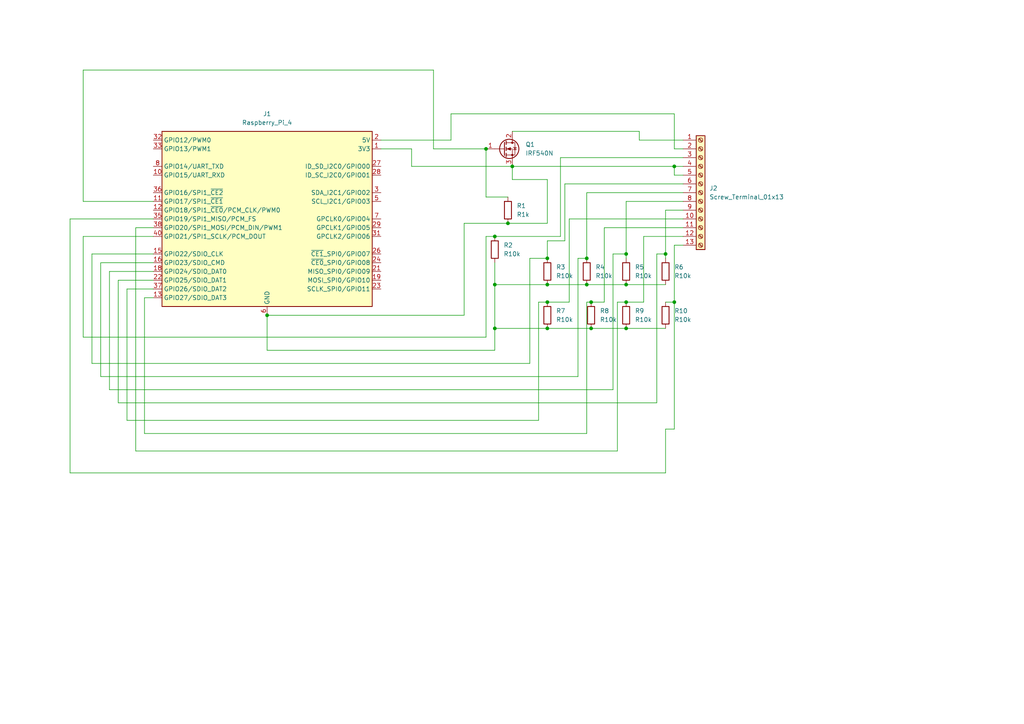
<source format=kicad_sch>
(kicad_sch (version 20231120) (generator "eeschema") (generator_version "8.0")
  (paper "A4")
  (lib_symbols
    (symbol "Connector:Raspberry_Pi_4"
      (property "Reference" "J" (at -17.526 48.768 0))
      (property "Value" "Raspberry_Pi_4" (at 15.748 -26.416 0))
      (symbol "Raspberry_Pi_4_0_1"
        (rectangle (start -30.48 25.4) (end 30.48 -25.4) (stroke (width 0.254)) (fill (type background)))
      )
      (symbol "Raspberry_Pi_4_1_1"
        (pin power_out line (at 33.02 20.32 180) (length 2.54) (name "3V3") (number "1"))
        (pin bidirectional line (at -33.02 12.7 0) (length 2.54) (name "GPIO15/UART_RXD") (number "10"))
        (pin bidirectional line (at -33.02 5.08 0) (length 2.54) (name "GPIO17/SPI1_~{CE1}") (number "11"))
        (pin bidirectional line (at -33.02 2.54 0) (length 2.54) (name "GPIO18/SPI1_~{CE0}/PCM_CLK/PWM0") (number "12"))
        (pin bidirectional line (at -33.02 -22.86 0) (length 2.54) (name "GPIO27/SDIO_DAT3") (number "13"))
        (pin passive line (at 0 -27.94 90) (length 2.54) hide (name "GND") (number "14"))
        (pin bidirectional line (at -33.02 -10.16 0) (length 2.54) (name "GPIO22/SDIO_CLK") (number "15"))
        (pin bidirectional line (at -33.02 -12.7 0) (length 2.54) (name "GPIO23/SDIO_CMD") (number "16"))
        (pin passive line (at 33.02 20.32 180) (length 2.54) hide (name "3V3") (number "17"))
        (pin bidirectional line (at -33.02 -15.24 0) (length 2.54) (name "GPIO24/SDIO_DAT0") (number "18"))
        (pin bidirectional line (at 33.02 -17.78 180) (length 2.54) (name "MOSI_SPI0/GPIO10") (number "19"))
        (pin power_out line (at 33.02 22.86 180) (length 2.54) (name "5V") (number "2"))
        (pin passive line (at 0 -27.94 90) (length 2.54) hide (name "GND") (number "20"))
        (pin bidirectional line (at 33.02 -15.24 180) (length 2.54) (name "MISO_SPI0/GPIO09") (number "21"))
        (pin bidirectional line (at -33.02 -17.78 0) (length 2.54) (name "GPIO25/SDIO_DAT1") (number "22"))
        (pin bidirectional line (at 33.02 -20.32 180) (length 2.54) (name "SCLK_SPI0/GPIO11") (number "23"))
        (pin bidirectional line (at 33.02 -12.7 180) (length 2.54) (name "~{CE0}_SPI0/GPIO08") (number "24"))
        (pin passive line (at 0 -27.94 90) (length 2.54) hide (name "GND") (number "25"))
        (pin bidirectional line (at 33.02 -10.16 180) (length 2.54) (name "~{CE1}_SPI0/GPIO07") (number "26"))
        (pin bidirectional line (at 33.02 15.24 180) (length 2.54) (name "ID_SD_I2C0/GPIO00") (number "27"))
        (pin bidirectional line (at 33.02 12.7 180) (length 2.54) (name "ID_SC_I2C0/GPIO01") (number "28"))
        (pin bidirectional line (at 33.02 -2.54 180) (length 2.54) (name "GPCLK1/GPIO05") (number "29"))
        (pin bidirectional line (at 33.02 7.62 180) (length 2.54) (name "SDA_I2C1/GPIO02") (number "3"))
        (pin passive line (at 0 -27.94 90) (length 2.54) hide (name "GND") (number "30"))
        (pin bidirectional line (at 33.02 -5.08 180) (length 2.54) (name "GPCLK2/GPIO06") (number "31"))
        (pin bidirectional line (at -33.02 22.86 0) (length 2.54) (name "GPIO12/PWM0") (number "32"))
        (pin bidirectional line (at -33.02 20.32 0) (length 2.54) (name "GPIO13/PWM1") (number "33"))
        (pin passive line (at 0 -27.94 90) (length 2.54) hide (name "GND") (number "34"))
        (pin bidirectional line (at -33.02 0 0) (length 2.54) (name "GPIO19/SPI1_MISO/PCM_FS") (number "35"))
        (pin bidirectional line (at -33.02 7.62 0) (length 2.54) (name "GPIO16/SPI1_~{CE2}") (number "36"))
        (pin bidirectional line (at -33.02 -20.32 0) (length 2.54) (name "GPIO26/SDIO_DAT2") (number "37"))
        (pin bidirectional line (at -33.02 -2.54 0) (length 2.54) (name "GPIO20/SPI1_MOSI/PCM_DIN/PWM1") (number "38"))
        (pin passive line (at 0 -27.94 90) (length 2.54) hide (name "GND") (number "39"))
        (pin passive line (at 33.02 22.86 180) (length 2.54) hide (name "5V") (number "4"))
        (pin bidirectional line (at -33.02 -5.08 0) (length 2.54) (name "GPIO21/SPI1_SCLK/PCM_DOUT") (number "40"))
        (pin bidirectional line (at 33.02 5.08 180) (length 2.54) (name "SCL_I2C1/GPIO03") (number "5"))
        (pin power_out line (at 0 -27.94 90) (length 2.54) (name "GND") (number "6"))
        (pin bidirectional line (at 33.02 0 180) (length 2.54) (name "GPCLK0/GPIO04") (number "7"))
        (pin bidirectional line (at -33.02 15.24 0) (length 2.54) (name "GPIO14/UART_TXD") (number "8"))
        (pin passive line (at 0 -27.94 90) (length 2.54) hide (name "GND") (number "9"))
      )
    )
    (symbol "Connector:Screw_Terminal_01x13" (pin_names (offset 1.016) hide)
      (property "Reference" "J" (at 0 17.78 0))
      (property "Value" "Screw_Terminal_01x13" (at 0 -17.78 0))
      (symbol "Screw_Terminal_01x13_1_1"
        (rectangle (start -1.27 16.51) (end 1.27 -16.51) (stroke (width 0.254)) (fill (type background)))
        (circle (center 0 -15.24) (radius 0.635) (stroke (width 0.1524)))
        (circle (center 0 -12.7) (radius 0.635) (stroke (width 0.1524)))
        (circle (center 0 -10.16) (radius 0.635) (stroke (width 0.1524)))
        (circle (center 0 -7.62) (radius 0.635) (stroke (width 0.1524)))
        (circle (center 0 -5.08) (radius 0.635) (stroke (width 0.1524)))
        (circle (center 0 -2.54) (radius 0.635) (stroke (width 0.1524)))
        (polyline (pts (xy -0.5334 -14.9098) (xy 0.3302 -15.748)) (stroke (width 0.1524)))
        (polyline (pts (xy -0.5334 -12.3698) (xy 0.3302 -13.208)) (stroke (width 0.1524)))
        (polyline (pts (xy -0.5334 -9.8298) (xy 0.3302 -10.668)) (stroke (width 0.1524)))
        (polyline (pts (xy -0.5334 -7.2898) (xy 0.3302 -8.128)) (stroke (width 0.1524)))
        (polyline (pts (xy -0.5334 -4.7498) (xy 0.3302 -5.588)) (stroke (width 0.1524)))
        (polyline (pts (xy -0.5334 -2.2098) (xy 0.3302 -3.048)) (stroke (width 0.1524)))
        (polyline (pts (xy -0.5334 0.3302) (xy 0.3302 -0.508)) (stroke (width 0.1524)))
        (polyline (pts (xy -0.5334 2.8702) (xy 0.3302 2.032)) (stroke (width 0.1524)))
        (polyline (pts (xy -0.5334 5.4102) (xy 0.3302 4.572)) (stroke (width 0.1524)))
        (polyline (pts (xy -0.5334 7.9502) (xy 0.3302 7.112)) (stroke (width 0.1524)))
        (polyline (pts (xy -0.5334 10.4902) (xy 0.3302 9.652)) (stroke (width 0.1524)))
        (polyline (pts (xy -0.5334 13.0302) (xy 0.3302 12.192)) (stroke (width 0.1524)))
        (polyline (pts (xy -0.5334 15.5702) (xy 0.3302 14.732)) (stroke (width 0.1524)))
        (polyline (pts (xy -0.3556 -14.732) (xy 0.508 -15.5702)) (stroke (width 0.1524)))
        (polyline (pts (xy -0.3556 -12.192) (xy 0.508 -13.0302)) (stroke (width 0.1524)))
        (polyline (pts (xy -0.3556 -9.652) (xy 0.508 -10.4902)) (stroke (width 0.1524)))
        (polyline (pts (xy -0.3556 -7.112) (xy 0.508 -7.9502)) (stroke (width 0.1524)))
        (polyline (pts (xy -0.3556 -4.572) (xy 0.508 -5.4102)) (stroke (width 0.1524)))
        (polyline (pts (xy -0.3556 -2.032) (xy 0.508 -2.8702)) (stroke (width 0.1524)))
        (polyline (pts (xy -0.3556 0.508) (xy 0.508 -0.3302)) (stroke (width 0.1524)))
        (polyline (pts (xy -0.3556 3.048) (xy 0.508 2.2098)) (stroke (width 0.1524)))
        (polyline (pts (xy -0.3556 5.588) (xy 0.508 4.7498)) (stroke (width 0.1524)))
        (polyline (pts (xy -0.3556 8.128) (xy 0.508 7.2898)) (stroke (width 0.1524)))
        (polyline (pts (xy -0.3556 10.668) (xy 0.508 9.8298)) (stroke (width 0.1524)))
        (polyline (pts (xy -0.3556 13.208) (xy 0.508 12.3698)) (stroke (width 0.1524)))
        (polyline (pts (xy -0.3556 15.748) (xy 0.508 14.9098)) (stroke (width 0.1524)))
        (circle (center 0 0) (radius 0.635) (stroke (width 0.1524)))
        (circle (center 0 2.54) (radius 0.635) (stroke (width 0.1524)))
        (circle (center 0 5.08) (radius 0.635) (stroke (width 0.1524)))
        (circle (center 0 7.62) (radius 0.635) (stroke (width 0.1524)))
        (circle (center 0 10.16) (radius 0.635) (stroke (width 0.1524)))
        (circle (center 0 12.7) (radius 0.635) (stroke (width 0.1524)))
        (circle (center 0 15.24) (radius 0.635) (stroke (width 0.1524)))
        (pin passive line (at -5.08 15.24 0) (length 3.81) (name "Pin_1") (number "1"))
        (pin passive line (at -5.08 -7.62 0) (length 3.81) (name "Pin_10") (number "10"))
        (pin passive line (at -5.08 -10.16 0) (length 3.81) (name "Pin_11") (number "11"))
        (pin passive line (at -5.08 -12.7 0) (length 3.81) (name "Pin_12") (number "12"))
        (pin passive line (at -5.08 -15.24 0) (length 3.81) (name "Pin_13") (number "13"))
        (pin passive line (at -5.08 12.7 0) (length 3.81) (name "Pin_2") (number "2"))
        (pin passive line (at -5.08 10.16 0) (length 3.81) (name "Pin_3") (number "3"))
        (pin passive line (at -5.08 7.62 0) (length 3.81) (name "Pin_4") (number "4"))
        (pin passive line (at -5.08 5.08 0) (length 3.81) (name "Pin_5") (number "5"))
        (pin passive line (at -5.08 2.54 0) (length 3.81) (name "Pin_6") (number "6"))
        (pin passive line (at -5.08 0 0) (length 3.81) (name "Pin_7") (number "7"))
        (pin passive line (at -5.08 -2.54 0) (length 3.81) (name "Pin_8") (number "8"))
        (pin passive line (at -5.08 -5.08 0) (length 3.81) (name "Pin_9") (number "9"))
      )
    )
    (symbol "Device:R" (pin_numbers hide) (pin_names (offset 0))
      (property "Reference" "R" (at 2.032 0 90))
      (property "Value" "R" (at 0 0 90))
      (symbol "R_0_1"
        (rectangle (start -1.016 -2.54) (end 1.016 2.54) (stroke (width 0.254)))
      )
      (symbol "R_1_1"
        (pin passive line (at 0 3.81 270) (length 1.27) (name "~") (number "1"))
        (pin passive line (at 0 -3.81 90) (length 1.27) (name "~") (number "2"))
      )
    )
    (symbol "Transistor_FET:IRF540N" (pin_names hide)
      (property "Reference" "Q" (at 5.08 1.905 0))
      (property "Value" "IRF540N" (at 5.08 0 0))
      (symbol "IRF540N_0_1"
        (polyline (pts (xy 0.254 0) (xy -2.54 0)))
        (polyline (pts (xy 0.254 1.905) (xy 0.254 -1.905)) (stroke (width 0.254)))
        (polyline (pts (xy 0.762 -1.27) (xy 0.762 -2.286)) (stroke (width 0.254)))
        (polyline (pts (xy 0.762 0.508) (xy 0.762 -0.508)) (stroke (width 0.254)))
        (polyline (pts (xy 0.762 2.286) (xy 0.762 1.27)) (stroke (width 0.254)))
        (polyline (pts (xy 2.54 2.54) (xy 2.54 1.778)))
        (polyline (pts (xy 2.54 -2.54) (xy 2.54 0) (xy 0.762 0)))
        (polyline (pts (xy 0.762 -1.778) (xy 3.302 -1.778) (xy 3.302 1.778) (xy 0.762 1.778)))
        (polyline (pts (xy 1.016 0) (xy 2.032 0.381) (xy 2.032 -0.381) (xy 1.016 0)) (fill (type outline)))
        (polyline (pts (xy 2.794 0.508) (xy 2.921 0.381) (xy 3.683 0.381) (xy 3.81 0.254)))
        (polyline (pts (xy 3.302 0.381) (xy 2.921 -0.254) (xy 3.683 -0.254) (xy 3.302 0.381)))
        (circle (center 1.651 0) (radius 2.794) (stroke (width 0.254)))
        (circle (center 2.54 -1.778) (radius 0.254) (fill (type outline)))
        (circle (center 2.54 1.778) (radius 0.254) (fill (type outline)))
      )
      (symbol "IRF540N_1_1"
        (pin input line (at -5.08 0 0) (length 2.54) (name "G") (number "1"))
        (pin passive line (at 2.54 5.08 270) (length 2.54) (name "D") (number "2"))
        (pin passive line (at 2.54 -5.08 90) (length 2.54) (name "S") (number "3"))
      )
    )
  )
  (junction (at 158.75 95.25))
  (junction (at 143.51 68.58))
  (junction (at 181.61 82.55))
  (junction (at 158.75 87.63))
  (junction (at 158.75 82.55))
  (junction (at 158.75 74.93))
  (junction (at 143.51 82.55))
  (junction (at 171.45 95.25))
  (junction (at 195.58 48.26))
  (junction (at 193.04 73.66))
  (junction (at 147.32 64.77))
  (junction (at 181.61 87.63))
  (junction (at 195.58 87.63))
  (junction (at 170.18 82.55))
  (junction (at 77.47 91.44))
  (junction (at 143.51 95.25))
  (junction (at 148.59 48.26))
  (junction (at 181.61 73.66))
  (junction (at 140.97 43.18))
  (junction (at 171.45 87.63))
  (junction (at 181.61 95.25))
  (junction (at 170.18 74.93))
  (wire (pts (xy 198.12 58.42) (xy 181.61 58.42)))
  (wire (pts (xy 181.61 87.63) (xy 179.07 87.63)))
  (wire (pts (xy 140.97 68.58) (xy 143.51 68.58)))
  (wire (pts (xy 171.45 95.25) (xy 181.61 95.25)))
  (wire (pts (xy 190.5 116.84) (xy 190.5 73.66)))
  (wire (pts (xy 119.38 48.26) (xy 119.38 43.18)))
  (wire (pts (xy 195.58 71.12) (xy 195.58 87.63)))
  (wire (pts (xy 39.37 130.81) (xy 39.37 66.04)))
  (wire (pts (xy 24.13 68.58) (xy 24.13 97.79)))
  (wire (pts (xy 34.29 81.28) (xy 34.29 116.84)))
  (wire (pts (xy 181.61 87.63) (xy 186.69 87.63)))
  (wire (pts (xy 29.21 76.2) (xy 29.21 109.22)))
  (wire (pts (xy 162.56 45.72) (xy 198.12 45.72)))
  (wire (pts (xy 167.64 74.93) (xy 170.18 74.93)))
  (wire (pts (xy 198.12 60.96) (xy 193.04 60.96)))
  (wire (pts (xy 140.97 97.79) (xy 140.97 68.58)))
  (wire (pts (xy 26.67 105.41) (xy 153.67 105.41)))
  (wire (pts (xy 185.42 40.64) (xy 198.12 40.64)))
  (wire (pts (xy 165.1 87.63) (xy 158.75 87.63)))
  (wire (pts (xy 181.61 82.55) (xy 193.04 82.55)))
  (wire (pts (xy 185.42 38.1) (xy 185.42 40.64)))
  (wire (pts (xy 148.59 48.26) (xy 148.59 52.07)))
  (wire (pts (xy 134.62 91.44) (xy 134.62 64.77)))
  (wire (pts (xy 181.61 58.42) (xy 181.61 73.66)))
  (wire (pts (xy 195.58 50.8) (xy 198.12 50.8)))
  (wire (pts (xy 125.73 43.18) (xy 140.97 43.18)))
  (wire (pts (xy 186.69 68.58) (xy 198.12 68.58)))
  (wire (pts (xy 179.07 130.81) (xy 39.37 130.81)))
  (wire (pts (xy 77.47 91.44) (xy 134.62 91.44)))
  (wire (pts (xy 31.75 113.03) (xy 31.75 78.74)))
  (wire (pts (xy 175.26 66.04) (xy 175.26 87.63)))
  (wire (pts (xy 24.13 58.42) (xy 24.13 20.32)))
  (wire (pts (xy 156.21 87.63) (xy 156.21 121.92)))
  (wire (pts (xy 158.75 87.63) (xy 156.21 87.63)))
  (wire (pts (xy 143.51 82.55) (xy 143.51 95.25)))
  (wire (pts (xy 34.29 116.84) (xy 190.5 116.84)))
  (wire (pts (xy 158.75 82.55) (xy 170.18 82.55)))
  (wire (pts (xy 110.49 40.64) (xy 130.81 40.64)))
  (wire (pts (xy 170.18 55.88) (xy 198.12 55.88)))
  (wire (pts (xy 179.07 87.63) (xy 179.07 130.81)))
  (wire (pts (xy 170.18 74.93) (xy 170.18 55.88)))
  (wire (pts (xy 44.45 58.42) (xy 24.13 58.42)))
  (wire (pts (xy 195.58 48.26) (xy 148.59 48.26)))
  (wire (pts (xy 181.61 73.66) (xy 177.8 73.66)))
  (wire (pts (xy 148.59 38.1) (xy 185.42 38.1)))
  (wire (pts (xy 39.37 66.04) (xy 44.45 66.04)))
  (wire (pts (xy 162.56 68.58) (xy 162.56 45.72)))
  (wire (pts (xy 143.51 76.2) (xy 143.51 82.55)))
  (wire (pts (xy 198.12 48.26) (xy 195.58 48.26)))
  (wire (pts (xy 24.13 97.79) (xy 140.97 97.79)))
  (wire (pts (xy 170.18 87.63) (xy 171.45 87.63)))
  (wire (pts (xy 163.83 53.34) (xy 198.12 53.34)))
  (wire (pts (xy 158.75 69.85) (xy 163.83 69.85)))
  (wire (pts (xy 193.04 73.66) (xy 193.04 74.93)))
  (wire (pts (xy 31.75 78.74) (xy 44.45 78.74)))
  (wire (pts (xy 143.51 68.58) (xy 162.56 68.58)))
  (wire (pts (xy 181.61 73.66) (xy 181.61 74.93)))
  (wire (pts (xy 44.45 73.66) (xy 26.67 73.66)))
  (wire (pts (xy 143.51 95.25) (xy 158.75 95.25)))
  (wire (pts (xy 44.45 76.2) (xy 29.21 76.2)))
  (wire (pts (xy 158.75 74.93) (xy 158.75 69.85)))
  (wire (pts (xy 20.32 63.5) (xy 20.32 137.16)))
  (wire (pts (xy 148.59 48.26) (xy 119.38 48.26)))
  (wire (pts (xy 158.75 52.07) (xy 148.59 52.07)))
  (wire (pts (xy 193.04 137.16) (xy 193.04 124.46)))
  (wire (pts (xy 177.8 73.66) (xy 177.8 113.03)))
  (wire (pts (xy 153.67 105.41) (xy 153.67 74.93)))
  (wire (pts (xy 186.69 87.63) (xy 186.69 68.58)))
  (wire (pts (xy 41.91 86.36) (xy 41.91 125.73)))
  (wire (pts (xy 41.91 125.73) (xy 170.18 125.73)))
  (wire (pts (xy 158.75 95.25) (xy 171.45 95.25)))
  (wire (pts (xy 130.81 33.02) (xy 195.58 33.02)))
  (wire (pts (xy 156.21 121.92) (xy 36.83 121.92)))
  (wire (pts (xy 26.67 73.66) (xy 26.67 105.41)))
  (wire (pts (xy 20.32 137.16) (xy 193.04 137.16)))
  (wire (pts (xy 195.58 48.26) (xy 195.58 50.8)))
  (wire (pts (xy 44.45 68.58) (xy 24.13 68.58)))
  (wire (pts (xy 165.1 63.5) (xy 165.1 87.63)))
  (wire (pts (xy 24.13 20.32) (xy 125.73 20.32)))
  (wire (pts (xy 134.62 64.77) (xy 147.32 64.77)))
  (wire (pts (xy 119.38 43.18) (xy 110.49 43.18)))
  (wire (pts (xy 29.21 109.22) (xy 167.64 109.22)))
  (wire (pts (xy 195.58 43.18) (xy 198.12 43.18)))
  (wire (pts (xy 195.58 33.02) (xy 195.58 43.18)))
  (wire (pts (xy 195.58 87.63) (xy 193.04 87.63)))
  (wire (pts (xy 125.73 20.32) (xy 125.73 43.18)))
  (wire (pts (xy 198.12 66.04) (xy 175.26 66.04)))
  (wire (pts (xy 193.04 124.46) (xy 195.58 124.46)))
  (wire (pts (xy 167.64 109.22) (xy 167.64 74.93)))
  (wire (pts (xy 170.18 82.55) (xy 181.61 82.55)))
  (wire (pts (xy 143.51 82.55) (xy 158.75 82.55)))
  (wire (pts (xy 36.83 83.82) (xy 44.45 83.82)))
  (wire (pts (xy 77.47 91.44) (xy 77.47 101.6)))
  (wire (pts (xy 143.51 95.25) (xy 143.51 101.6)))
  (wire (pts (xy 175.26 87.63) (xy 171.45 87.63)))
  (wire (pts (xy 140.97 57.15) (xy 147.32 57.15)))
  (wire (pts (xy 44.45 63.5) (xy 20.32 63.5)))
  (wire (pts (xy 130.81 40.64) (xy 130.81 33.02)))
  (wire (pts (xy 198.12 63.5) (xy 165.1 63.5)))
  (wire (pts (xy 143.51 101.6) (xy 77.47 101.6)))
  (wire (pts (xy 177.8 113.03) (xy 31.75 113.03)))
  (wire (pts (xy 140.97 43.18) (xy 140.97 57.15)))
  (wire (pts (xy 193.04 60.96) (xy 193.04 73.66)))
  (wire (pts (xy 195.58 124.46) (xy 195.58 87.63)))
  (wire (pts (xy 44.45 86.36) (xy 41.91 86.36)))
  (wire (pts (xy 147.32 64.77) (xy 158.75 64.77)))
  (wire (pts (xy 190.5 73.66) (xy 193.04 73.66)))
  (wire (pts (xy 181.61 95.25) (xy 193.04 95.25)))
  (wire (pts (xy 198.12 71.12) (xy 195.58 71.12)))
  (wire (pts (xy 153.67 74.93) (xy 158.75 74.93)))
  (wire (pts (xy 158.75 64.77) (xy 158.75 52.07)))
  (wire (pts (xy 170.18 125.73) (xy 170.18 87.63)))
  (wire (pts (xy 36.83 121.92) (xy 36.83 83.82)))
  (wire (pts (xy 44.45 81.28) (xy 34.29 81.28)))
  (wire (pts (xy 163.83 69.85) (xy 163.83 53.34)))
  (symbol (lib_id "Transistor_FET:IRF540N") (at 146.05 43.18 0) (unit 1)
    (property "Reference" "Q1" (at 152.4 41.9099 0) (effects (justify left)))
    (property "Value" "IRF540N" (at 152.4 44.4499 0) (effects (justify left)))
    (property "Footprint" "Package_TO_SOT_THT:TO-220-3_Vertical" (effects (hide yes)))
    (property "Datasheet" "http://www.irf.com/product-info/datasheets/data/irf540n.pdf" (effects (hide yes)))
    (property "Description" "33A Id, 100V Vds, HEXFET N-Channel MOSFET, TO-220" (effects (hide yes)))
  )
  (symbol (lib_id "Device:R") (at 158.75 91.44 0) (unit 1)
    (property "Reference" "R7" (at 161.29 90.1699 0) (effects (justify left)))
    (property "Value" "R10k" (at 161.29 92.7099 0) (effects (justify left)))
    (property "Footprint" "Resistor_THT:R_Axial_DIN0204_L3.6mm_D1.6mm_P1.90mm_Vertical" (effects (hide yes)))
    (property "Description" "Resistor" (effects (hide yes)))
  )
  (symbol (lib_id "Device:R") (at 193.04 91.44 0) (unit 1)
    (property "Reference" "R10" (at 195.58 90.1699 0) (effects (justify left)))
    (property "Value" "R10k" (at 195.58 92.7099 0) (effects (justify left)))
    (property "Footprint" "Resistor_THT:R_Axial_DIN0204_L3.6mm_D1.6mm_P1.90mm_Vertical" (effects (hide yes)))
    (property "Description" "Resistor" (effects (hide yes)))
  )
  (symbol (lib_id "Connector:Screw_Terminal_01x13") (at 203.2 55.88 0) (unit 1)
    (property "Reference" "J2" (at 205.74 54.6099 0) (effects (justify left)))
    (property "Value" "Screw_Terminal_01x13" (at 205.74 57.1499 0) (effects (justify left)))
    (property "Footprint" "TerminalBlock:TerminalBlock_MaiXu_MX126-5.0-13P_1x13_P5.00mm" (effects (hide yes)))
    (property "Description" "Generic screw terminal, single row, 01x13, script generated (kicad-library-utils/schlib/autogen/connector/)" (effects (hide yes)))
  )
  (symbol (lib_id "Device:R") (at 143.51 72.39 0) (unit 1)
    (property "Reference" "R2" (at 146.05 71.1199 0) (effects (justify left)))
    (property "Value" "R10k" (at 146.05 73.6599 0) (effects (justify left)))
    (property "Description" "Resistor" (effects (hide yes)))
  )
  (symbol (lib_id "Device:R") (at 170.18 78.74 0) (unit 1)
    (property "Reference" "R4" (at 172.72 77.4699 0) (effects (justify left)))
    (property "Value" "R10k" (at 172.72 80.0099 0) (effects (justify left)))
    (property "Footprint" "Resistor_THT:R_Axial_DIN0204_L3.6mm_D1.6mm_P1.90mm_Vertical" (effects (hide yes)))
    (property "Description" "Resistor" (effects (hide yes)))
  )
  (symbol (lib_id "Device:R") (at 181.61 78.74 0) (unit 1)
    (property "Reference" "R5" (at 184.15 77.4699 0) (effects (justify left)))
    (property "Value" "R10k" (at 184.15 80.0099 0) (effects (justify left)))
    (property "Footprint" "Resistor_THT:R_Axial_DIN0204_L3.6mm_D1.6mm_P1.90mm_Vertical" (effects (hide yes)))
    (property "Description" "Resistor" (effects (hide yes)))
  )
  (symbol (lib_id "Device:R") (at 147.32 60.96 0) (unit 1)
    (property "Reference" "R1" (at 149.86 59.6899 0) (effects (justify left)))
    (property "Value" "R1k" (at 149.86 62.2299 0) (effects (justify left)))
    (property "Footprint" "Resistor_THT:R_Axial_DIN0204_L3.6mm_D1.6mm_P1.90mm_Vertical" (effects (hide yes)))
    (property "Description" "Resistor" (effects (hide yes)))
  )
  (symbol (lib_id "Device:R") (at 193.04 78.74 0) (unit 1)
    (property "Reference" "R6" (at 195.58 77.4699 0) (effects (justify left)))
    (property "Value" "R10k" (at 195.58 80.0099 0) (effects (justify left)))
    (property "Footprint" "Resistor_THT:R_Axial_DIN0204_L3.6mm_D1.6mm_P1.90mm_Vertical" (effects (hide yes)))
    (property "Description" "Resistor" (effects (hide yes)))
  )
  (symbol (lib_id "Connector:Raspberry_Pi_4") (at 77.47 63.5 0) (unit 1)
    (property "Reference" "J1" (at 77.47 33.02 0))
    (property "Value" "Raspberry_Pi_4" (at 77.47 35.56 0))
    (property "Footprint" "Module:Raspberry_Pi_Zero_Socketed_THT_FaceDown_MountingHoles" (effects (hide yes)))
    (property "Datasheet" "https://datasheets.raspberrypi.com/rpi4/raspberry-pi-4-datasheet.pdf" (effects (hide yes)))
    (property "Description" "Raspberry Pi 4 Model B" (effects (hide yes)))
  )
  (symbol (lib_id "Device:R") (at 171.45 91.44 0) (unit 1)
    (property "Reference" "R8" (at 173.99 90.1699 0) (effects (justify left)))
    (property "Value" "R10k" (at 173.99 92.7099 0) (effects (justify left)))
    (property "Footprint" "Resistor_THT:R_Axial_DIN0204_L3.6mm_D1.6mm_P1.90mm_Vertical" (effects (hide yes)))
    (property "Description" "Resistor" (effects (hide yes)))
  )
  (symbol (lib_id "Device:R") (at 158.75 78.74 0) (unit 1)
    (property "Reference" "R3" (at 161.29 77.4699 0) (effects (justify left)))
    (property "Value" "R10k" (at 161.29 80.0099 0) (effects (justify left)))
    (property "Footprint" "Resistor_THT:R_Axial_DIN0204_L3.6mm_D1.6mm_P1.90mm_Vertical" (effects (hide yes)))
    (property "Description" "Resistor" (effects (hide yes)))
  )
  (symbol (lib_id "Device:R") (at 181.61 91.44 0) (unit 1)
    (property "Reference" "R9" (at 184.15 90.1699 0) (effects (justify left)))
    (property "Value" "R10k" (at 184.15 92.7099 0) (effects (justify left)))
    (property "Footprint" "Resistor_THT:R_Axial_DIN0204_L3.6mm_D1.6mm_P1.90mm_Vertical" (effects (hide yes)))
    (property "Description" "Resistor" (effects (hide yes)))
  )
)
</source>
